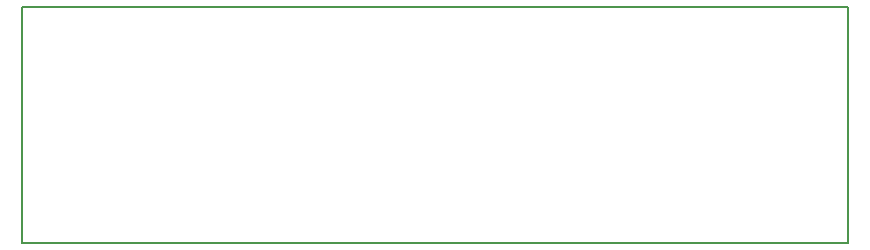
<source format=gm1>
G04*
G04 #@! TF.GenerationSoftware,Altium Limited,Altium Designer,20.0.1 (14)*
G04*
G04 Layer_Color=16711935*
%FSLAX24Y24*%
%MOIN*%
G70*
G01*
G75*
%ADD15C,0.0060*%
D15*
X27559Y0D02*
Y7874D01*
X0Y0D02*
Y7874D01*
Y0D02*
X27559D01*
X0Y7874D02*
X27559D01*
Y0D02*
Y7874D01*
X0Y0D02*
Y7874D01*
Y0D02*
X27559D01*
X0Y7874D02*
X27559D01*
M02*

</source>
